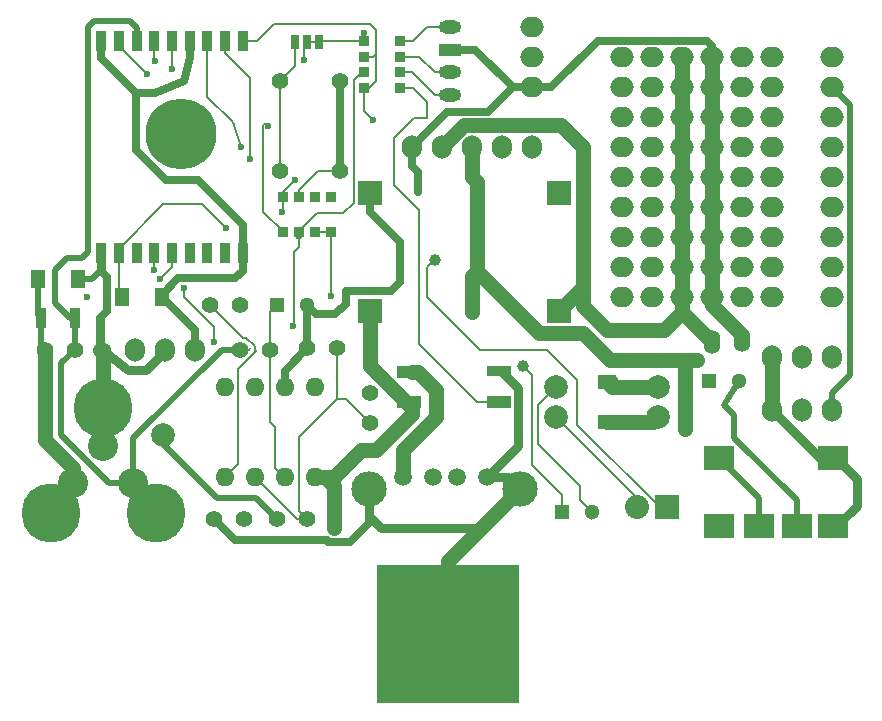
<source format=gbr>
G04 #@! TF.FileFunction,Copper,L1,Top,Signal*
%FSLAX46Y46*%
G04 Gerber Fmt 4.6, Leading zero omitted, Abs format (unit mm)*
G04 Created by KiCad (PCBNEW 4.0.2+dfsg1-stable) date 2016年08月02日 19時37分39秒*
%MOMM*%
G01*
G04 APERTURE LIST*
%ADD10C,0.100000*%
%ADD11O,1.905000X1.117600*%
%ADD12R,1.905000X1.117600*%
%ADD13O,2.000000X1.700000*%
%ADD14R,0.800000X1.200000*%
%ADD15O,1.700000X2.000000*%
%ADD16C,1.998980*%
%ADD17C,1.501140*%
%ADD18O,3.000000X3.000000*%
%ADD19O,1.400000X2.000000*%
%ADD20O,1.400000X1.700000*%
%ADD21R,0.900000X0.900000*%
%ADD22C,2.000000*%
%ADD23R,0.900000X1.700000*%
%ADD24C,6.000000*%
%ADD25O,1.600000X1.600000*%
%ADD26R,2.500000X2.000000*%
%ADD27R,2.000000X2.000000*%
%ADD28R,12.000000X11.750000*%
%ADD29C,1.397000*%
%ADD30C,5.000000*%
%ADD31C,2.540000*%
%ADD32R,1.200000X1.600000*%
%ADD33R,1.600000X1.200000*%
%ADD34R,1.300000X1.300000*%
%ADD35C,1.300000*%
%ADD36R,2.032000X2.032000*%
%ADD37O,2.032000X2.032000*%
%ADD38R,1.998980X0.899160*%
%ADD39R,1.998980X1.000760*%
%ADD40C,0.600000*%
%ADD41C,1.000000*%
%ADD42C,0.508000*%
%ADD43C,1.270000*%
%ADD44C,0.203200*%
%ADD45C,0.635000*%
%ADD46C,0.762000*%
G04 APERTURE END LIST*
D10*
D11*
X173355000Y-95250000D03*
D12*
X173355000Y-97155000D03*
D11*
X173355000Y-99060000D03*
X173355000Y-100965000D03*
D13*
X180340000Y-95250000D03*
X180340000Y-97790000D03*
X180340000Y-100330000D03*
D14*
X162290000Y-96520000D03*
X160290000Y-96520000D03*
X161290000Y-96520000D03*
D15*
X151765000Y-122555000D03*
X149225000Y-122555000D03*
X146685000Y-122555000D03*
X170180000Y-105410000D03*
X175260000Y-105410000D03*
X172720000Y-105410000D03*
X177800000Y-105410000D03*
X180340000Y-105410000D03*
D16*
X149098000Y-129794000D03*
D17*
X176530860Y-133347880D03*
X173990860Y-133347880D03*
X171958860Y-133347880D03*
X169418860Y-133347880D03*
D18*
X179318000Y-134380000D03*
X166518000Y-134380000D03*
D15*
X200660000Y-127635000D03*
X203200000Y-127635000D03*
X205740000Y-127635000D03*
X200660000Y-123190000D03*
X203200000Y-123190000D03*
X205740000Y-123190000D03*
D19*
X195580000Y-121920000D03*
D20*
X198120000Y-121920000D03*
D21*
X166140000Y-96425000D03*
X166140000Y-100425000D03*
X166140000Y-97765000D03*
X166140000Y-99085000D03*
X169140000Y-97765000D03*
X169140000Y-96425000D03*
X169140000Y-100425000D03*
X169140000Y-99085000D03*
D22*
X182372000Y-125730000D03*
X191008000Y-125730000D03*
D23*
X143860000Y-96410000D03*
X143860000Y-114410000D03*
X145360000Y-96410000D03*
X145360000Y-114410000D03*
X146860000Y-96410000D03*
X146860000Y-114410000D03*
X148360000Y-96410000D03*
X148360000Y-114410000D03*
X149860000Y-96410000D03*
X149860000Y-114410000D03*
X151360000Y-96410000D03*
X151360000Y-114410000D03*
X152860000Y-96410000D03*
X152860000Y-114410000D03*
X154360000Y-96410000D03*
X154360000Y-114410000D03*
X155860000Y-96410000D03*
X155860000Y-114410000D03*
D24*
X150660000Y-104310000D03*
D25*
X161925000Y-125730000D03*
X159385000Y-125730000D03*
X156845000Y-125730000D03*
X154305000Y-125730000D03*
X154305000Y-133350000D03*
X156845000Y-133350000D03*
X159385000Y-133350000D03*
X161925000Y-133350000D03*
D26*
X196145000Y-131720000D03*
X205845000Y-131720000D03*
X199545000Y-137520000D03*
X196145000Y-137520000D03*
X205845000Y-137520000D03*
X202745000Y-137520000D03*
D27*
X182625000Y-119300000D03*
X182625000Y-109300000D03*
X166625000Y-109300000D03*
X166625000Y-119300000D03*
D28*
X173228000Y-146672000D03*
D29*
X153035000Y-118745000D03*
X155575000Y-118745000D03*
X153416000Y-136906000D03*
X155956000Y-136906000D03*
X158750000Y-136906000D03*
X161290000Y-136906000D03*
X166624000Y-128778000D03*
X166624000Y-126238000D03*
X161290000Y-122428000D03*
X163830000Y-122428000D03*
X155575000Y-122555000D03*
X158115000Y-122555000D03*
X139065000Y-122555000D03*
X141605000Y-122555000D03*
D22*
X182372000Y-128270000D03*
X191008000Y-128270000D03*
D30*
X139573000Y-136398000D03*
X144018000Y-127508000D03*
X148463000Y-136398000D03*
D31*
X141478000Y-133858000D03*
X144018000Y-130683000D03*
X146558000Y-133858000D03*
D29*
X164084000Y-107442000D03*
X159004000Y-107442000D03*
X164084000Y-99822000D03*
X159004000Y-99822000D03*
D32*
X141908000Y-116586000D03*
X138508000Y-116586000D03*
X145620000Y-118110000D03*
X149020000Y-118110000D03*
D33*
X186690000Y-125300000D03*
X186690000Y-128700000D03*
D34*
X195326000Y-125222000D03*
D35*
X197826000Y-125222000D03*
X185380000Y-136271000D03*
D34*
X182880000Y-136271000D03*
D13*
X205740000Y-118110000D03*
X205740000Y-107950000D03*
X205740000Y-110490000D03*
X205740000Y-115570000D03*
X205740000Y-113030000D03*
X205740000Y-102870000D03*
X205740000Y-105410000D03*
X205740000Y-100330000D03*
X205740000Y-97790000D03*
D34*
X158750000Y-118745000D03*
D35*
X161250000Y-118745000D03*
D13*
X198120000Y-118110000D03*
X198120000Y-107950000D03*
X198120000Y-110490000D03*
X198120000Y-115570000D03*
X198120000Y-113030000D03*
X198120000Y-102870000D03*
X198120000Y-105410000D03*
X198120000Y-100330000D03*
X198120000Y-97790000D03*
X193040000Y-118110000D03*
X193040000Y-107950000D03*
X193040000Y-110490000D03*
X193040000Y-115570000D03*
X193040000Y-113030000D03*
X193040000Y-102870000D03*
X193040000Y-105410000D03*
X193040000Y-100330000D03*
X193040000Y-97790000D03*
X195580000Y-118110000D03*
X195580000Y-107950000D03*
X195580000Y-110490000D03*
X195580000Y-115570000D03*
X195580000Y-113030000D03*
X195580000Y-102870000D03*
X195580000Y-105410000D03*
X195580000Y-100330000D03*
X195580000Y-97790000D03*
X200660000Y-118110000D03*
X200660000Y-107950000D03*
X200660000Y-110490000D03*
X200660000Y-115570000D03*
X200660000Y-113030000D03*
X200660000Y-102870000D03*
X200660000Y-105410000D03*
X200660000Y-100330000D03*
X200660000Y-97790000D03*
X187960000Y-118110000D03*
X187960000Y-107950000D03*
X187960000Y-110490000D03*
X187960000Y-115570000D03*
X187960000Y-113030000D03*
X187960000Y-102870000D03*
X187960000Y-105410000D03*
X187960000Y-100330000D03*
X187960000Y-97790000D03*
X190500000Y-118110000D03*
X190500000Y-107950000D03*
X190500000Y-110490000D03*
X190500000Y-115570000D03*
X190500000Y-113030000D03*
X190500000Y-102870000D03*
X190500000Y-105410000D03*
X190500000Y-100330000D03*
X190500000Y-97790000D03*
D21*
X159290000Y-112625000D03*
X163290000Y-112625000D03*
X160630000Y-112625000D03*
X161950000Y-112625000D03*
X160630000Y-109625000D03*
X159290000Y-109625000D03*
X163290000Y-109625000D03*
X161950000Y-109625000D03*
D36*
X191770000Y-135890000D03*
D37*
X189230000Y-135890000D03*
D23*
X138758000Y-119888000D03*
X141658000Y-119888000D03*
D38*
X177535840Y-124381260D03*
D39*
X177535840Y-127030480D03*
X169936160Y-127030480D03*
X169936160Y-124429520D03*
D40*
X163322000Y-118046500D03*
X182625000Y-119300000D03*
X155575000Y-118745000D03*
X150876000Y-99822000D03*
X170688000Y-109220000D03*
X142670000Y-118110000D03*
X166625000Y-109300000D03*
X182880000Y-109220000D03*
X157988000Y-103632000D03*
X166116000Y-95758000D03*
X147779995Y-99225523D03*
X161036000Y-98044000D03*
X148452926Y-98160926D03*
X155702000Y-105410000D03*
D41*
X193294000Y-129286000D03*
D40*
X163576000Y-137668000D03*
X166624000Y-119634000D03*
X175260000Y-119380000D03*
X149860000Y-98806000D03*
X161950000Y-109625000D03*
X154432000Y-112268000D03*
D41*
X179578000Y-123952000D03*
D40*
X161925000Y-125730000D03*
X156464000Y-106426000D03*
X160083500Y-120586500D03*
X160591500Y-112903000D03*
X151360000Y-114410000D03*
X163290000Y-109625000D03*
X152860000Y-114410000D03*
X146812000Y-114554000D03*
X148844000Y-116586000D03*
X166878000Y-103124000D03*
X160274000Y-108204000D03*
X159131000Y-110871000D03*
X154432000Y-114300000D03*
D41*
X172085000Y-114935000D03*
D40*
X148336000Y-115824000D03*
X153416000Y-121920000D03*
X150876000Y-117348000D03*
D42*
X141908000Y-116586000D02*
X143098000Y-116586000D01*
X143098000Y-116586000D02*
X143860000Y-115824000D01*
D43*
X144018000Y-127508000D02*
X144018000Y-122628169D01*
X144018002Y-122628171D02*
X143764000Y-122628171D01*
X144018000Y-122628169D02*
X144018002Y-122628171D01*
X144018000Y-130683000D02*
X144018000Y-127508000D01*
D44*
X163290000Y-112625000D02*
X163290000Y-118014500D01*
X163290000Y-118014500D02*
X163322000Y-118046500D01*
X161950000Y-112625000D02*
X163290000Y-112625000D01*
D45*
X143860000Y-115824000D02*
X143860000Y-115895000D01*
D46*
X143764000Y-122628171D02*
X143764000Y-119888000D01*
D45*
X144383110Y-119268890D02*
X143764000Y-119888000D01*
X143860000Y-115895000D02*
X144383110Y-116418110D01*
X144383110Y-116418110D02*
X144383110Y-119268890D01*
D46*
X143860000Y-114410000D02*
X143860000Y-115824000D01*
D43*
X184658000Y-117267000D02*
X182625000Y-119300000D01*
X184658000Y-117561500D02*
X184658000Y-117267000D01*
D46*
X143764000Y-122428000D02*
X143764000Y-122628171D01*
X146161000Y-124317000D02*
X143764000Y-122428000D01*
X144272000Y-122428000D02*
X143764000Y-122428000D01*
X149225000Y-122555000D02*
X149225000Y-122705000D01*
X149225000Y-122705000D02*
X147613000Y-124317000D01*
X147613000Y-124317000D02*
X146161000Y-124317000D01*
D43*
X172720000Y-105410000D02*
X174555010Y-103574990D01*
X174555010Y-103574990D02*
X182822990Y-103574990D01*
X182822990Y-103574990D02*
X184658000Y-105410000D01*
X184658000Y-105410000D02*
X184658000Y-117561500D01*
X193040000Y-100330000D02*
X193040000Y-97790000D01*
X193040000Y-102870000D02*
X193040000Y-100330000D01*
X193040000Y-105410000D02*
X193040000Y-102870000D01*
X193040000Y-107950000D02*
X193040000Y-105410000D01*
X193040000Y-110490000D02*
X193040000Y-107950000D01*
X193040000Y-113030000D02*
X193040000Y-110490000D01*
X193040000Y-118110000D02*
X193040000Y-119380000D01*
X193040000Y-115570000D02*
X193040000Y-113030000D01*
X193040000Y-118110000D02*
X193040000Y-115570000D01*
X195580000Y-121920000D02*
X193040000Y-119380000D01*
X184658000Y-117561500D02*
X184658000Y-118872000D01*
X184658000Y-118872000D02*
X186690000Y-120904000D01*
X186690000Y-120904000D02*
X191516000Y-120904000D01*
X191516000Y-120904000D02*
X193040000Y-119380000D01*
D44*
X162052000Y-112776000D02*
X162052000Y-112305882D01*
X161950000Y-112370000D02*
X161950000Y-112625000D01*
X161950000Y-112674000D02*
X162052000Y-112776000D01*
X161950000Y-112674000D02*
X161950000Y-112625000D01*
D43*
X186690000Y-128700000D02*
X190578000Y-128700000D01*
X190578000Y-128700000D02*
X191008000Y-128270000D01*
X200660000Y-123190000D02*
X200660000Y-127635000D01*
D42*
X138758000Y-119888000D02*
X138758000Y-122248000D01*
X138758000Y-122248000D02*
X139065000Y-122555000D01*
X138508000Y-116586000D02*
X138508000Y-119638000D01*
X138508000Y-119638000D02*
X138758000Y-119888000D01*
D43*
X141478000Y-133858000D02*
X141478000Y-132588000D01*
X141478000Y-132588000D02*
X139065000Y-130175000D01*
X139065000Y-130175000D02*
X139065000Y-122555000D01*
X139573000Y-136398000D02*
X139573000Y-135763000D01*
X139573000Y-135763000D02*
X141478000Y-133858000D01*
D45*
X141478000Y-133858000D02*
X141478000Y-134493000D01*
X141478000Y-134493000D02*
X139573000Y-136398000D01*
D44*
X160630000Y-109625000D02*
X160630000Y-109054500D01*
X162242500Y-107442000D02*
X164084000Y-107442000D01*
X160630000Y-109054500D02*
X162242500Y-107442000D01*
D43*
X195580000Y-118110000D02*
X195580000Y-118745000D01*
X195580000Y-118745000D02*
X198120000Y-121285000D01*
X198120000Y-121285000D02*
X198120000Y-121920000D01*
D45*
X150399502Y-116530498D02*
X149020000Y-117910000D01*
X149020000Y-117910000D02*
X149020000Y-118110000D01*
X155860000Y-115895000D02*
X155224502Y-116530498D01*
X155860000Y-114410000D02*
X155860000Y-115895000D01*
X155224502Y-116530498D02*
X150399502Y-116530498D01*
X155860000Y-111978096D02*
X152085904Y-108204000D01*
X155860000Y-114410000D02*
X155860000Y-111978096D01*
X146812000Y-105664000D02*
X146812000Y-100847000D01*
X149352000Y-108204000D02*
X146812000Y-105664000D01*
X152085904Y-108204000D02*
X149352000Y-108204000D01*
X200660000Y-127785000D02*
X200660000Y-127635000D01*
X163698091Y-119554522D02*
X162059522Y-119554522D01*
X168435302Y-117575109D02*
X164592000Y-117575109D01*
X169167748Y-113477748D02*
X169167748Y-116842663D01*
X164592000Y-118660613D02*
X163698091Y-119554522D01*
X164592000Y-117575109D02*
X164592000Y-118660613D01*
X169167748Y-116842663D02*
X168435302Y-117575109D01*
X162059522Y-119554522D02*
X161899999Y-119394999D01*
X166625000Y-110935000D02*
X169167748Y-113477748D01*
X161899999Y-119394999D02*
X161250000Y-118745000D01*
X166625000Y-109300000D02*
X166625000Y-110935000D01*
X148408000Y-100847000D02*
X150876000Y-99822000D01*
X150876000Y-99822000D02*
X151360000Y-97895000D01*
X151360000Y-97895000D02*
X151360000Y-96410000D01*
X146812000Y-100847000D02*
X148408000Y-100847000D01*
X143860000Y-97895000D02*
X146812000Y-100847000D01*
X143860000Y-96410000D02*
X143860000Y-97895000D01*
X164084000Y-107442000D02*
X164084000Y-99822000D01*
X173167521Y-102422479D02*
X170180000Y-105410000D01*
X178705000Y-100330000D02*
X176612520Y-102422479D01*
X180340000Y-100330000D02*
X178705000Y-100330000D01*
X176612520Y-102422479D02*
X173167521Y-102422479D01*
X170688000Y-107553000D02*
X170688000Y-109220000D01*
X170180000Y-107045000D02*
X170688000Y-107553000D01*
X170180000Y-105410000D02*
X170180000Y-107045000D01*
X161290000Y-122428000D02*
X161290000Y-118785000D01*
X161290000Y-118785000D02*
X161250000Y-118745000D01*
X159385000Y-125730000D02*
X159385000Y-124333000D01*
X159385000Y-124333000D02*
X161290000Y-122428000D01*
X162962105Y-138684000D02*
X155194000Y-138684000D01*
X155194000Y-138684000D02*
X153416000Y-136906000D01*
X166518000Y-137266000D02*
X164963490Y-138820510D01*
X164963490Y-138820510D02*
X163098615Y-138820510D01*
X163098615Y-138820510D02*
X162962105Y-138684000D01*
X166518000Y-134380000D02*
X166518000Y-137266000D01*
X151765000Y-122555000D02*
X151765000Y-120855000D01*
X151765000Y-120855000D02*
X149020000Y-118110000D01*
X180340000Y-100330000D02*
X181975000Y-100330000D01*
X181975000Y-100330000D02*
X185882510Y-96422490D01*
X185882510Y-96422490D02*
X195169510Y-96422490D01*
X195169510Y-96422490D02*
X195580000Y-96832980D01*
X195580000Y-96832980D02*
X195580000Y-97790000D01*
X178705000Y-100330000D02*
X175530000Y-97155000D01*
X175530000Y-97155000D02*
X174942500Y-97155000D01*
X174942500Y-97155000D02*
X173355000Y-97155000D01*
D46*
X205845000Y-131720000D02*
X204745000Y-131720000D01*
X204745000Y-131720000D02*
X200660000Y-127635000D01*
X205845000Y-137520000D02*
X206095000Y-137520000D01*
X206095000Y-137520000D02*
X207857000Y-135758000D01*
X207857000Y-133482000D02*
X206095000Y-131720000D01*
X207857000Y-135758000D02*
X207857000Y-133482000D01*
X206095000Y-131720000D02*
X205845000Y-131720000D01*
D43*
X173228000Y-140470000D02*
X176030000Y-137668000D01*
X176030000Y-137668000D02*
X179318000Y-134380000D01*
D46*
X166518000Y-134380000D02*
X166518000Y-136642000D01*
X166518000Y-136642000D02*
X167544000Y-137668000D01*
X167544000Y-137668000D02*
X176030000Y-137668000D01*
X176530860Y-133347880D02*
X178285880Y-133347880D01*
X178285880Y-133347880D02*
X179318000Y-134380000D01*
X177800000Y-124460000D02*
X179181001Y-125841001D01*
X179181001Y-130697739D02*
X177281429Y-132597311D01*
X179181001Y-125841001D02*
X179181001Y-130697739D01*
X177281429Y-132597311D02*
X176530860Y-133347880D01*
D43*
X195580000Y-115570000D02*
X195580000Y-118110000D01*
X195580000Y-113030000D02*
X195580000Y-115570000D01*
X195580000Y-110490000D02*
X195580000Y-113030000D01*
X195580000Y-107950000D02*
X195580000Y-110490000D01*
X195580000Y-105410000D02*
X195580000Y-107950000D01*
X195580000Y-102870000D02*
X195580000Y-105410000D01*
X195580000Y-100330000D02*
X195580000Y-102870000D01*
X195580000Y-97790000D02*
X195580000Y-100330000D01*
X182800000Y-109300000D02*
X182880000Y-109220000D01*
X182800000Y-109300000D02*
X182625000Y-109300000D01*
X173228000Y-146672000D02*
X173228000Y-140470000D01*
D44*
X186690000Y-128700000D02*
X186358000Y-128700000D01*
X169140000Y-96425000D02*
X170275000Y-96425000D01*
X171450000Y-95250000D02*
X173355000Y-95250000D01*
X170275000Y-96425000D02*
X171450000Y-95250000D01*
X169140000Y-97765000D02*
X170790000Y-97765000D01*
X172085000Y-99060000D02*
X173355000Y-99060000D01*
X170790000Y-97765000D02*
X172085000Y-99060000D01*
X169140000Y-99085000D02*
X170205000Y-99085000D01*
X172085000Y-100965000D02*
X173355000Y-100965000D01*
X170205000Y-99085000D02*
X172085000Y-100965000D01*
X157699170Y-103423999D02*
X157988000Y-103632000D01*
X159290000Y-112625000D02*
X159290000Y-112554000D01*
X159290000Y-112554000D02*
X157600688Y-110864688D01*
X157600688Y-103522481D02*
X157699170Y-103423999D01*
X157600688Y-110864688D02*
X157600688Y-103522481D01*
X166140000Y-95782000D02*
X166140000Y-96425000D01*
X166116000Y-95758000D02*
X166140000Y-95782000D01*
X162290000Y-96320000D02*
X162290000Y-96520000D01*
X147775523Y-99225523D02*
X147779995Y-99225523D01*
X145360000Y-96410000D02*
X145360000Y-96810000D01*
X145360000Y-96810000D02*
X147775523Y-99225523D01*
X161036000Y-98044000D02*
X161036000Y-96774000D01*
X161036000Y-96774000D02*
X161290000Y-96520000D01*
X162290000Y-96520000D02*
X161290000Y-96520000D01*
X166140000Y-96425000D02*
X162385000Y-96425000D01*
X162385000Y-96425000D02*
X162290000Y-96520000D01*
X159004000Y-107442000D02*
X159004000Y-99822000D01*
X148360000Y-98068000D02*
X148452926Y-98160926D01*
X148360000Y-96410000D02*
X148360000Y-98068000D01*
X160290000Y-96520000D02*
X160290000Y-98536000D01*
X160290000Y-98536000D02*
X159004000Y-99822000D01*
X152860000Y-96410000D02*
X152860000Y-101132754D01*
X152860000Y-101132754D02*
X155054399Y-103327153D01*
X155054399Y-103327153D02*
X155702000Y-105410000D01*
D43*
X193294000Y-129286000D02*
X193294000Y-123444000D01*
X193294000Y-123444000D02*
X193294000Y-123571000D01*
X193294000Y-123571000D02*
X193294000Y-123444000D01*
X184658000Y-121135001D02*
X184658000Y-121158000D01*
X184658000Y-121158000D02*
X186944000Y-123444000D01*
X186944000Y-123444000D02*
X193294000Y-123444000D01*
X194056000Y-123444000D02*
X194310000Y-123444000D01*
X193294000Y-123444000D02*
X194056000Y-123444000D01*
X175260000Y-119380000D02*
X175260000Y-116295225D01*
X175260000Y-116295225D02*
X175688611Y-115866614D01*
X161925000Y-133350000D02*
X163576000Y-133350000D01*
X170180000Y-128016000D02*
X170180000Y-127508000D01*
X167132000Y-131064000D02*
X170180000Y-128016000D01*
X165862000Y-131064000D02*
X167132000Y-131064000D01*
X163576000Y-133350000D02*
X165862000Y-131064000D01*
X203200000Y-127485000D02*
X203200000Y-127635000D01*
X161925000Y-133350000D02*
X162814000Y-133350000D01*
X163576000Y-134112000D02*
X163576000Y-137668000D01*
X162814000Y-133350000D02*
X163576000Y-134112000D01*
X170180000Y-127508000D02*
X166624000Y-123952000D01*
X166624000Y-123952000D02*
X166624000Y-119634000D01*
X166625000Y-119300000D02*
X166958000Y-119300000D01*
X175260000Y-107950000D02*
X175260000Y-105410000D01*
X166624000Y-119634000D02*
X166625000Y-119633000D01*
X166625000Y-119633000D02*
X166625000Y-119300000D01*
X175260000Y-107950000D02*
X175688611Y-108378611D01*
X175688611Y-108378611D02*
X175688611Y-115866614D01*
X175688611Y-115866614D02*
X180956998Y-121135001D01*
X180956998Y-121135001D02*
X184658000Y-121135001D01*
X184658000Y-121135001D02*
X184326581Y-121135001D01*
D42*
X149098000Y-129794000D02*
X149098000Y-130556000D01*
X149098000Y-130556000D02*
X153670000Y-135128000D01*
X153670000Y-135128000D02*
X156972000Y-135128000D01*
X156972000Y-135128000D02*
X158750000Y-136906000D01*
D44*
X182372000Y-125730000D02*
X180848000Y-127254000D01*
X184404000Y-135295000D02*
X185380000Y-136271000D01*
X184404000Y-134112000D02*
X184404000Y-135295000D01*
X180848000Y-130556000D02*
X184404000Y-134112000D01*
X180848000Y-127254000D02*
X180848000Y-130556000D01*
D42*
X199545000Y-137520000D02*
X199545000Y-135120000D01*
X199545000Y-135120000D02*
X196145000Y-131720000D01*
X205740000Y-127635000D02*
X205740000Y-126238000D01*
X207264000Y-101854000D02*
X205740000Y-100330000D01*
X207264000Y-124714000D02*
X207264000Y-101854000D01*
X205740000Y-126238000D02*
X207264000Y-124714000D01*
D44*
X149860000Y-98806000D02*
X149860000Y-96410000D01*
D42*
X146558000Y-133858000D02*
X146558000Y-130048000D01*
X154051000Y-122555000D02*
X155575000Y-122555000D01*
X146558000Y-130048000D02*
X154051000Y-122555000D01*
X146558000Y-133858000D02*
X144526000Y-133858000D01*
X140462000Y-123698000D02*
X141605000Y-122555000D01*
X140462000Y-129794000D02*
X140462000Y-123698000D01*
X144526000Y-133858000D02*
X140462000Y-129794000D01*
D43*
X146558000Y-133858000D02*
X146558000Y-134493000D01*
X146558000Y-134493000D02*
X148463000Y-136398000D01*
D45*
X148463000Y-136398000D02*
X148463000Y-135763000D01*
X148463000Y-135763000D02*
X146558000Y-133858000D01*
X148971000Y-136906000D02*
X148463000Y-136398000D01*
D42*
X141478000Y-114808000D02*
X140970000Y-114808000D01*
X140970000Y-114808000D02*
X139954000Y-115824000D01*
X139954000Y-116332000D02*
X139954000Y-115824000D01*
X139954000Y-118618000D02*
X139954000Y-116332000D01*
X141224000Y-119888000D02*
X139954000Y-118618000D01*
X139954000Y-115824000D02*
X140716000Y-115062000D01*
X140716000Y-115062000D02*
X139954000Y-115824000D01*
X141658000Y-119888000D02*
X141224000Y-119888000D01*
X146860000Y-95298000D02*
X146860000Y-96410000D01*
X146304000Y-94742000D02*
X146860000Y-95298000D01*
X143256000Y-94742000D02*
X146304000Y-94742000D01*
X142748000Y-95250000D02*
X143256000Y-94742000D01*
X142748000Y-114300000D02*
X142748000Y-95250000D01*
X142240000Y-114808000D02*
X142748000Y-114300000D01*
X141478000Y-114808000D02*
X142240000Y-114808000D01*
X141605000Y-122555000D02*
X141605000Y-119941000D01*
X141605000Y-119941000D02*
X141658000Y-119888000D01*
D44*
X146860000Y-96410000D02*
X146860000Y-96010000D01*
X155575000Y-122555000D02*
X156337000Y-122555000D01*
X156337000Y-122555000D02*
X156464000Y-122428000D01*
X155575000Y-122555000D02*
X155194000Y-122936000D01*
X154305000Y-122555000D02*
X150876000Y-125984000D01*
X155575000Y-122555000D02*
X154305000Y-122555000D01*
D43*
X170180000Y-124460000D02*
X170688000Y-124460000D01*
X170688000Y-124460000D02*
X172212000Y-125984000D01*
X172212000Y-125984000D02*
X172212000Y-128270000D01*
X172212000Y-128270000D02*
X169418860Y-131063140D01*
X169418860Y-131063140D02*
X169418860Y-133347880D01*
D44*
X149134000Y-110236000D02*
X152400000Y-110236000D01*
X152400000Y-110236000D02*
X154432000Y-112268000D01*
X145360000Y-114410000D02*
X145360000Y-114010000D01*
X145360000Y-114010000D02*
X149134000Y-110236000D01*
X145360000Y-114410000D02*
X145360000Y-117850000D01*
X145360000Y-117850000D02*
X145620000Y-118110000D01*
X156972000Y-122638150D02*
X156928150Y-122638150D01*
X156928150Y-122638150D02*
X156867209Y-122577209D01*
X155844899Y-121554899D02*
X153035000Y-118745000D01*
X156867209Y-122577209D02*
X156867209Y-122260985D01*
X156867209Y-122260985D02*
X156161123Y-121554899D01*
X156161123Y-121554899D02*
X155844899Y-121554899D01*
X155448000Y-132207000D02*
X155448000Y-124162150D01*
X155448000Y-124162150D02*
X156972000Y-122638150D01*
X154305000Y-133350000D02*
X155448000Y-132207000D01*
D42*
X197826000Y-125222000D02*
X196556000Y-127214000D01*
X196556000Y-127214000D02*
X197445000Y-128103000D01*
X197445000Y-128397000D02*
X197445000Y-128103000D01*
X197445000Y-128270000D02*
X197445000Y-128397000D01*
X197445000Y-128397000D02*
X197445000Y-130008000D01*
X202745000Y-135308000D02*
X202745000Y-137520000D01*
X197445000Y-130008000D02*
X202745000Y-135308000D01*
D44*
X182880000Y-134874000D02*
X182880000Y-136271000D01*
X180340000Y-132334000D02*
X182880000Y-134874000D01*
X180340000Y-124714000D02*
X180340000Y-132334000D01*
X179578000Y-123952000D02*
X180340000Y-124714000D01*
X158115000Y-122555000D02*
X158115000Y-119380000D01*
X158115000Y-119380000D02*
X158750000Y-118745000D01*
X158585001Y-129121001D02*
X158115000Y-128651000D01*
X158115000Y-128651000D02*
X158115000Y-122555000D01*
X159385000Y-133350000D02*
X158585001Y-132550001D01*
X158585001Y-132550001D02*
X158585001Y-129121001D01*
D43*
X191008000Y-125730000D02*
X187120000Y-125730000D01*
X187120000Y-125730000D02*
X186690000Y-125300000D01*
X187022000Y-125300000D02*
X186690000Y-125300000D01*
D44*
X156464000Y-106426000D02*
X156464000Y-99568000D01*
X154360000Y-97464000D02*
X154360000Y-96410000D01*
X156464000Y-99568000D02*
X154360000Y-97464000D01*
X154360000Y-96810000D02*
X154360000Y-96410000D01*
X166624000Y-128778000D02*
X164592000Y-126746000D01*
X164592000Y-126746000D02*
X163830000Y-126746000D01*
X160591501Y-129984499D02*
X163830000Y-126746000D01*
X163830000Y-126746000D02*
X163830000Y-122428000D01*
X161290000Y-136906000D02*
X160591501Y-136207501D01*
X160591501Y-136207501D02*
X160591501Y-129984499D01*
X156845000Y-133350000D02*
X160401000Y-136906000D01*
X160401000Y-136906000D02*
X161290000Y-136906000D01*
X160630000Y-113880500D02*
X160630000Y-112625000D01*
X160210500Y-114300000D02*
X160630000Y-113880500D01*
X160210500Y-120459500D02*
X160210500Y-114300000D01*
X160083500Y-120586500D02*
X160210500Y-120459500D01*
X160630000Y-112625000D02*
X160630000Y-112483500D01*
X160630000Y-112483500D02*
X162115500Y-110998000D01*
X165227000Y-99758500D02*
X165900500Y-99085000D01*
X165227000Y-101409500D02*
X165227000Y-99758500D01*
X165227000Y-110109000D02*
X165227000Y-101409500D01*
X164338000Y-110998000D02*
X165227000Y-110109000D01*
X162115500Y-110998000D02*
X164338000Y-110998000D01*
X165900500Y-99085000D02*
X166140000Y-99085000D01*
X160591500Y-112903000D02*
X160630000Y-112864500D01*
X160630000Y-112864500D02*
X160630000Y-112625000D01*
X146812000Y-114554000D02*
X146860000Y-114506000D01*
X146860000Y-114506000D02*
X146860000Y-114410000D01*
X149860000Y-115570000D02*
X149860000Y-114410000D01*
X148844000Y-116586000D02*
X149860000Y-115570000D01*
X166140000Y-100425000D02*
X166529000Y-100425000D01*
X166529000Y-100425000D02*
X167132000Y-99822000D01*
X167132000Y-99822000D02*
X167132000Y-97536000D01*
X166140000Y-102386000D02*
X166140000Y-100425000D01*
X166878000Y-103124000D02*
X166140000Y-102386000D01*
X155860000Y-96410000D02*
X157082000Y-96410000D01*
X166903000Y-97765000D02*
X166140000Y-97765000D01*
X167132000Y-97536000D02*
X166903000Y-97765000D01*
X167132000Y-95504000D02*
X167132000Y-97536000D01*
X166624000Y-94996000D02*
X167132000Y-95504000D01*
X158496000Y-94996000D02*
X166624000Y-94996000D01*
X157082000Y-96410000D02*
X158496000Y-94996000D01*
X160274000Y-108204000D02*
X159290000Y-109188000D01*
X159290000Y-109188000D02*
X159290000Y-109625000D01*
X159290000Y-110712000D02*
X159290000Y-109625000D01*
X159131000Y-110871000D02*
X159290000Y-110712000D01*
X159258000Y-109474000D02*
X159290000Y-109506000D01*
X159290000Y-109506000D02*
X159290000Y-109625000D01*
X154432000Y-114300000D02*
X154360000Y-114372000D01*
X154360000Y-114372000D02*
X154360000Y-114410000D01*
X176668630Y-127000000D02*
X177800000Y-127000000D01*
X175705764Y-127000000D02*
X176668630Y-127000000D01*
X171450000Y-102925020D02*
X170316132Y-102925020D01*
X170799110Y-122093346D02*
X175705764Y-127000000D01*
X170316132Y-102925020D02*
X168625179Y-104615973D01*
X170799110Y-110776889D02*
X170799110Y-122093346D01*
X168625179Y-108602958D02*
X170799110Y-110776889D01*
X171450000Y-101600000D02*
X171450000Y-102925020D01*
X168625179Y-104615973D02*
X168625179Y-108602958D01*
X170275000Y-100425000D02*
X171450000Y-101600000D01*
X169140000Y-100425000D02*
X170275000Y-100425000D01*
X171450000Y-116840000D02*
X171450000Y-115570000D01*
X171450000Y-117475000D02*
X171450000Y-116840000D01*
X171450000Y-118110000D02*
X171450000Y-117475000D01*
X175895000Y-122555000D02*
X171450000Y-118110000D01*
X181610000Y-122555000D02*
X175895000Y-122555000D01*
X184150000Y-125095000D02*
X181610000Y-122555000D01*
X184150000Y-128905000D02*
X184150000Y-125095000D01*
X191135000Y-135890000D02*
X184150000Y-128905000D01*
X171450000Y-115570000D02*
X172085000Y-114935000D01*
X191770000Y-135890000D02*
X191135000Y-135890000D01*
X148336000Y-115824000D02*
X148336000Y-114434000D01*
X148336000Y-114434000D02*
X148360000Y-114410000D01*
X150876000Y-118066150D02*
X150876000Y-117348000D01*
X153416000Y-120606150D02*
X150876000Y-118066150D01*
X153416000Y-121920000D02*
X153416000Y-120606150D01*
X148360000Y-113978736D02*
X148360000Y-114410000D01*
X189230000Y-135890000D02*
X189230000Y-135128000D01*
X189230000Y-135128000D02*
X182372000Y-128270000D01*
M02*

</source>
